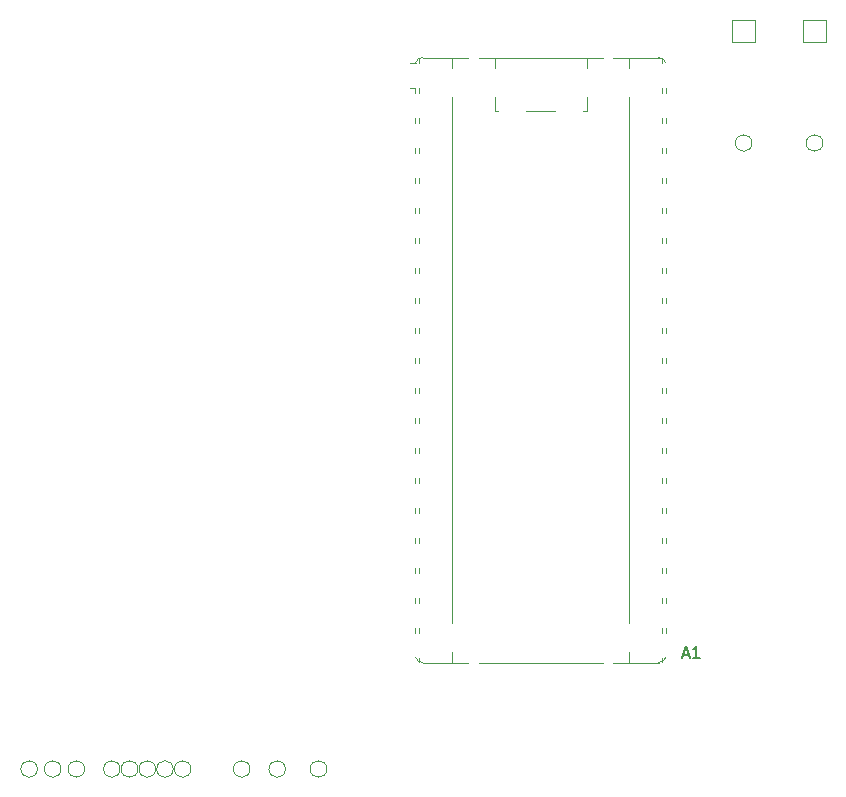
<source format=gbr>
%TF.GenerationSoftware,KiCad,Pcbnew,9.0.1*%
%TF.CreationDate,2025-05-02T16:57:55-04:00*%
%TF.ProjectId,de_fused_pico,64655f66-7573-4656-945f-7069636f2e6b,rev?*%
%TF.SameCoordinates,Original*%
%TF.FileFunction,Legend,Top*%
%TF.FilePolarity,Positive*%
%FSLAX46Y46*%
G04 Gerber Fmt 4.6, Leading zero omitted, Abs format (unit mm)*
G04 Created by KiCad (PCBNEW 9.0.1) date 2025-05-02 16:57:55*
%MOMM*%
%LPD*%
G01*
G04 APERTURE LIST*
%ADD10C,0.150000*%
%ADD11C,0.120000*%
G04 APERTURE END LIST*
D10*
X156846660Y-117304104D02*
X157322850Y-117304104D01*
X156751422Y-117589819D02*
X157084755Y-116589819D01*
X157084755Y-116589819D02*
X157418088Y-117589819D01*
X158275231Y-117589819D02*
X157703803Y-117589819D01*
X157989517Y-117589819D02*
X157989517Y-116589819D01*
X157989517Y-116589819D02*
X157894279Y-116732676D01*
X157894279Y-116732676D02*
X157799041Y-116827914D01*
X157799041Y-116827914D02*
X157703803Y-116875533D01*
D11*
%TO.C,REF\u002A\u002A*%
X110700000Y-127000000D02*
G75*
G02*
X109300000Y-127000000I-700000J0D01*
G01*
X109300000Y-127000000D02*
G75*
G02*
X110700000Y-127000000I700000J0D01*
G01*
X102200000Y-127000000D02*
G75*
G02*
X100800000Y-127000000I-700000J0D01*
G01*
X100800000Y-127000000D02*
G75*
G02*
X102200000Y-127000000I700000J0D01*
G01*
X126700000Y-127000000D02*
G75*
G02*
X125300000Y-127000000I-700000J0D01*
G01*
X125300000Y-127000000D02*
G75*
G02*
X126700000Y-127000000I700000J0D01*
G01*
X115200000Y-127000000D02*
G75*
G02*
X113800000Y-127000000I-700000J0D01*
G01*
X113800000Y-127000000D02*
G75*
G02*
X115200000Y-127000000I700000J0D01*
G01*
X123200000Y-127000000D02*
G75*
G02*
X121800000Y-127000000I-700000J0D01*
G01*
X121800000Y-127000000D02*
G75*
G02*
X123200000Y-127000000I700000J0D01*
G01*
X106200000Y-127000000D02*
G75*
G02*
X104800000Y-127000000I-700000J0D01*
G01*
X104800000Y-127000000D02*
G75*
G02*
X106200000Y-127000000I700000J0D01*
G01*
X161050000Y-63550000D02*
X162950000Y-63550000D01*
X161050000Y-65450000D02*
X161050000Y-63550000D01*
X162950000Y-63550000D02*
X162950000Y-65450000D01*
X162950000Y-65450000D02*
X161050000Y-65450000D01*
%TO.C,A1*%
X134200000Y-69300000D02*
X133720000Y-69300000D01*
X134200000Y-69300000D02*
X134200000Y-69720000D01*
X134200000Y-71840000D02*
X134200000Y-72260000D01*
X134200000Y-74380000D02*
X134200000Y-74800000D01*
X134200000Y-76920000D02*
X134200000Y-77340000D01*
X134200000Y-79460000D02*
X134200000Y-79880000D01*
X134200000Y-82000000D02*
X134200000Y-82420000D01*
X134200000Y-84540000D02*
X134200000Y-84960000D01*
X134200000Y-87080000D02*
X134200000Y-87500000D01*
X134200000Y-89620000D02*
X134200000Y-90040000D01*
X134200000Y-92160000D02*
X134200000Y-92580000D01*
X134200000Y-94700000D02*
X134200000Y-95120000D01*
X134200000Y-97240000D02*
X134200000Y-97660000D01*
X134200000Y-99780000D02*
X134200000Y-100200000D01*
X134200000Y-102320000D02*
X134200000Y-102740000D01*
X134200000Y-104860000D02*
X134200000Y-105280000D01*
X134200000Y-107400000D02*
X134200000Y-107820000D01*
X134200000Y-109940000D02*
X134200000Y-110360000D01*
X134200000Y-112480000D02*
X134200000Y-112900000D01*
X134200000Y-115020000D02*
X134200000Y-115440000D01*
X134230324Y-67180000D02*
X133720000Y-67180000D01*
X134540000Y-67180063D02*
X134540000Y-66823000D01*
X134540000Y-69300000D02*
X134540000Y-69720000D01*
X134540000Y-71840000D02*
X134540000Y-72260000D01*
X134540000Y-74380000D02*
X134540000Y-74800000D01*
X134540000Y-76920000D02*
X134540000Y-77340000D01*
X134540000Y-79460000D02*
X134540000Y-79880000D01*
X134540000Y-82000000D02*
X134540000Y-82420000D01*
X134540000Y-84540000D02*
X134540000Y-84960000D01*
X134540000Y-87080000D02*
X134540000Y-87500000D01*
X134540000Y-89620000D02*
X134540000Y-90040000D01*
X134540000Y-92160000D02*
X134540000Y-92580000D01*
X134540000Y-94700000D02*
X134540000Y-95120000D01*
X134540000Y-97240000D02*
X134540000Y-97660000D01*
X134540000Y-99780000D02*
X134540000Y-100200000D01*
X134540000Y-102320000D02*
X134540000Y-102740000D01*
X134540000Y-104860000D02*
X134540000Y-105280000D01*
X134540000Y-107400000D02*
X134540000Y-107820000D01*
X134540000Y-109940000D02*
X134540000Y-110360000D01*
X134540000Y-112480000D02*
X134540000Y-112900000D01*
X134540000Y-115020000D02*
X134540000Y-115440000D01*
X134540000Y-117559937D02*
X134540000Y-117917000D01*
X134810000Y-66760000D02*
X137300000Y-66760000D01*
X134810000Y-117980000D02*
X138647939Y-117980000D01*
X137300000Y-66760000D02*
X137300000Y-67673520D01*
X137300000Y-66760000D02*
X138647940Y-66760000D01*
X137300000Y-70066480D02*
X137300000Y-114673520D01*
X137300000Y-117066480D02*
X137300000Y-117980000D01*
X139572061Y-66760000D02*
X140575000Y-66760000D01*
X140575000Y-66760000D02*
X149045000Y-66760000D01*
X140910000Y-66760000D02*
X140910000Y-67676000D01*
X140910000Y-70064000D02*
X140910000Y-71280000D01*
X140910000Y-71280000D02*
X141206090Y-71280000D01*
X141210000Y-117980000D02*
X139572061Y-117980000D01*
X143563910Y-71280000D02*
X146056090Y-71280000D01*
X148410000Y-117980000D02*
X141210000Y-117980000D01*
X148413910Y-71280000D02*
X148710000Y-71280000D01*
X148710000Y-66760000D02*
X148710000Y-67676000D01*
X148710000Y-70064000D02*
X148710000Y-71280000D01*
X149045000Y-66760000D02*
X150047939Y-66760000D01*
X150047939Y-117980000D02*
X148410000Y-117980000D01*
X150972061Y-66760000D02*
X152320000Y-66760000D01*
X150972061Y-117980000D02*
X154810000Y-117980000D01*
X152320000Y-66760000D02*
X152320000Y-67673520D01*
X152320000Y-70066480D02*
X152320000Y-114673520D01*
X152320000Y-117066480D02*
X152320000Y-117980000D01*
X154810000Y-66760000D02*
X152320000Y-66760000D01*
X155080000Y-67180063D02*
X155080000Y-66823000D01*
X155080000Y-69300000D02*
X155080000Y-69720000D01*
X155080000Y-71840000D02*
X155080000Y-72260000D01*
X155080000Y-74380000D02*
X155080000Y-74800000D01*
X155080000Y-76920000D02*
X155080000Y-77340000D01*
X155080000Y-79460000D02*
X155080000Y-79880000D01*
X155080000Y-82000000D02*
X155080000Y-82420000D01*
X155080000Y-84540000D02*
X155080000Y-84960000D01*
X155080000Y-87080000D02*
X155080000Y-87500000D01*
X155080000Y-89620000D02*
X155080000Y-90040000D01*
X155080000Y-92160000D02*
X155080000Y-92580000D01*
X155080000Y-94700000D02*
X155080000Y-95120000D01*
X155080000Y-97240000D02*
X155080000Y-97660000D01*
X155080000Y-99780000D02*
X155080000Y-100200000D01*
X155080000Y-102320000D02*
X155080000Y-102740000D01*
X155080000Y-104860000D02*
X155080000Y-105280000D01*
X155080000Y-107400000D02*
X155080000Y-107820000D01*
X155080000Y-109940000D02*
X155080000Y-110360000D01*
X155080000Y-112480000D02*
X155080000Y-112900000D01*
X155080000Y-115020000D02*
X155080000Y-115440000D01*
X155080000Y-117559937D02*
X155080000Y-117917000D01*
X155420000Y-69300000D02*
X155420000Y-69720000D01*
X155420000Y-71840000D02*
X155420000Y-72260000D01*
X155420000Y-74380000D02*
X155420000Y-74800000D01*
X155420000Y-76920000D02*
X155420000Y-77340000D01*
X155420000Y-79460000D02*
X155420000Y-79880000D01*
X155420000Y-82000000D02*
X155420000Y-82420000D01*
X155420000Y-84540000D02*
X155420000Y-84960000D01*
X155420000Y-87080000D02*
X155420000Y-87500000D01*
X155420000Y-89620000D02*
X155420000Y-90040000D01*
X155420000Y-92160000D02*
X155420000Y-92580000D01*
X155420000Y-94700000D02*
X155420000Y-95120000D01*
X155420000Y-97240000D02*
X155420000Y-97660000D01*
X155420000Y-99780000D02*
X155420000Y-100200000D01*
X155420000Y-102320000D02*
X155420000Y-102740000D01*
X155420000Y-104860000D02*
X155420000Y-105280000D01*
X155420000Y-107400000D02*
X155420000Y-107820000D01*
X155420000Y-109940000D02*
X155420000Y-110360000D01*
X155420000Y-112480000D02*
X155420000Y-112900000D01*
X155420000Y-115020000D02*
X155420000Y-115440000D01*
X134230324Y-67180000D02*
G75*
G02*
X134810000Y-66760000I579692J-190051D01*
G01*
X134810000Y-117980000D02*
G75*
G02*
X134230324Y-117559937I1J610002D01*
G01*
X154810000Y-66760000D02*
G75*
G02*
X155389676Y-67180063I0J-610000D01*
G01*
X155389676Y-117559937D02*
G75*
G02*
X154810000Y-117980069I-579676J189837D01*
G01*
%TO.C,REF\u002A\u002A*%
X109200000Y-127000000D02*
G75*
G02*
X107800000Y-127000000I-700000J0D01*
G01*
X107800000Y-127000000D02*
G75*
G02*
X109200000Y-127000000I700000J0D01*
G01*
X104200000Y-127000000D02*
G75*
G02*
X102800000Y-127000000I-700000J0D01*
G01*
X102800000Y-127000000D02*
G75*
G02*
X104200000Y-127000000I700000J0D01*
G01*
X168700000Y-74000000D02*
G75*
G02*
X167300000Y-74000000I-700000J0D01*
G01*
X167300000Y-74000000D02*
G75*
G02*
X168700000Y-74000000I700000J0D01*
G01*
X167050000Y-63550000D02*
X168950000Y-63550000D01*
X167050000Y-65450000D02*
X167050000Y-63550000D01*
X168950000Y-63550000D02*
X168950000Y-65450000D01*
X168950000Y-65450000D02*
X167050000Y-65450000D01*
X120200000Y-127000000D02*
G75*
G02*
X118800000Y-127000000I-700000J0D01*
G01*
X118800000Y-127000000D02*
G75*
G02*
X120200000Y-127000000I700000J0D01*
G01*
X113700000Y-127000000D02*
G75*
G02*
X112300000Y-127000000I-700000J0D01*
G01*
X112300000Y-127000000D02*
G75*
G02*
X113700000Y-127000000I700000J0D01*
G01*
X112200000Y-127000000D02*
G75*
G02*
X110800000Y-127000000I-700000J0D01*
G01*
X110800000Y-127000000D02*
G75*
G02*
X112200000Y-127000000I700000J0D01*
G01*
X162700000Y-74000000D02*
G75*
G02*
X161300000Y-74000000I-700000J0D01*
G01*
X161300000Y-74000000D02*
G75*
G02*
X162700000Y-74000000I700000J0D01*
G01*
%TD*%
M02*

</source>
